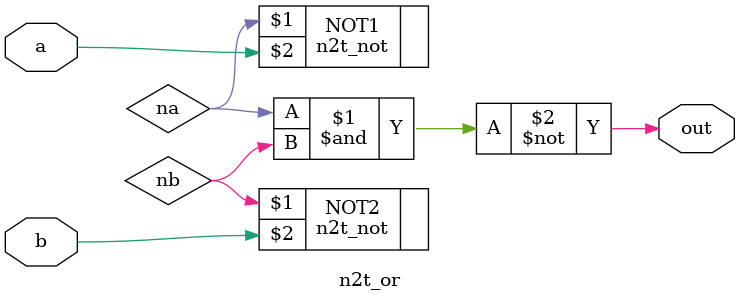
<source format=v>
`timescale 1ns / 1ps

module n2t_or(out, a, b);
    output out;
    input a,b;
    
    wire na, nb;
    
    n2t_not NOT1(na, a);
    n2t_not NOT2(nb, b);
    
    nand(out, na, nb);
    
endmodule

</source>
